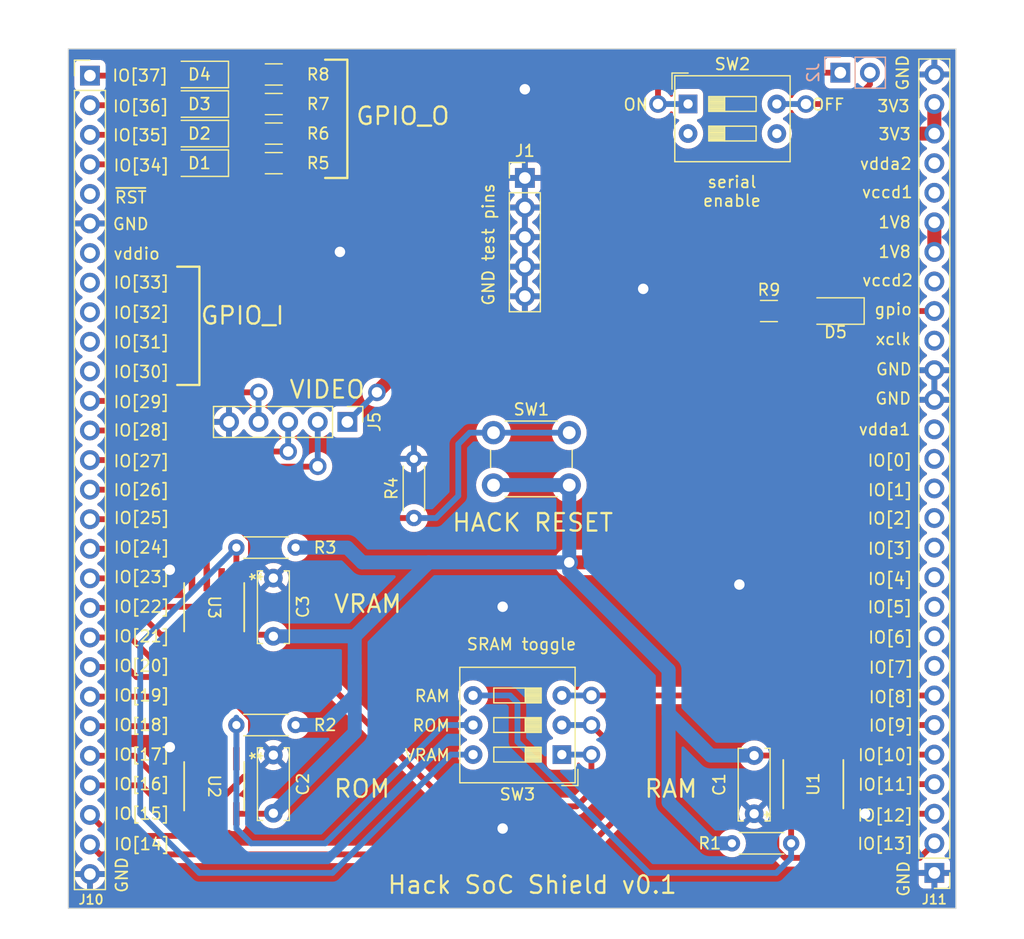
<source format=kicad_pcb>
(kicad_pcb (version 20221018) (generator pcbnew)
  (layers (0 "F.Cu" signal) (31 "B.Cu" signal) (34 "B.Paste" user) (35 "F.Paste" user) (36 "B.SilkS" user "B.Silkscreen") (37 "F.SilkS" user "F.Silkscreen") (38 "B.Mask" user) (39 "F.Mask" user) (44 "Edge.Cuts" user))
  (net 0 "")
  (net 1 "mprj_io[37]")
  (net 2 "mprj_io[36]")
  (net 3 "mprj_io[35]")
  (net 4 "mprj_io[34]")
  (net 5 "~{RST}")
  (net 6 "GND")
  (net 7 "vddio")
  (net 8 "mprj_io[33]")
  (net 9 "mprj_io[32]")
  (net 10 "mprj_io[31]")
  (net 11 "mprj_io[30]")
  (net 12 "mprj_io[29]")
  (net 13 "mprj_io[28]")
  (net 14 "mprj_io[27]")
  (net 15 "mprj_io[26]")
  (net 16 "mprj_io[25]")
  (net 17 "mprj_io[24]")
  (net 18 "mprj_io[23]")
  (net 19 "mprj_io[22]")
  (net 20 "mprj_io[21]")
  (net 21 "mprj_io[20]")
  (net 22 "mprj_io[19]")
  (net 23 "mprj_io[18]")
  (net 24 "mprj_io[17]")
  (net 25 "mprj_io[16]")
  (net 26 "mprj_io[15]")
  (net 27 "mprj_io[14]")
  (net 28 "mprj_io[13]")
  (net 29 "mprj_io[12]")
  (net 30 "mprj_io[11]")
  (net 31 "mprj_io[10]")
  (net 32 "mprj_io[9]")
  (net 33 "mprj_io[8]")
  (net 34 "mprj_io[7]")
  (net 35 "mprj_io[6]_ser_tx")
  (net 36 "mprj_io[5]_ser_rx")
  (net 37 "mprj_io[4]_SCK")
  (net 38 "mprj_io[3]_CSB")
  (net 39 "mprj_io[2]_SDI")
  (net 40 "mprj_io[1]_SDO")
  (net 41 "mprj_io[0]")
  (net 42 "vdda1")
  (net 43 "xclk")
  (net 44 "gpio")
  (net 45 "vccd2")
  (net 46 "+1V8")
  (net 47 "vccd1")
  (net 48 "vdda2")
  (net 49 "+3.3V")
  (net 50 "Net-(D1-K)")
  (net 51 "Net-(D2-K)")
  (net 52 "Net-(D3-K)")
  (net 53 "Net-(D4-K)")
  (net 54 "Net-(J2-Pin_1)")
  (net 55 "Net-(J2-Pin_2)")
  (net 58 "Net-(D5-A)")
  (net 59 "ram_cs")
  (net 60 "rom_cs")
  (net 61 "vram_cs")
  (footprint "Connector_PinHeader_2.54mm:PinHeader_1x05_P2.54mm_Vertical" (layer "F.Cu") (at 64.77 60.325 -90)
    (fp_text reference "J5" (at 0 -2.33 90) (layer "F.SilkS"))
    (fp_text value "Conn_01x05_Pin")
    (pad "1" thru_hole rect (at 0 0 270) (size 1.7 1.7) (drill 1) (layers "*.Cu" "*.Mask") (net 49 "+3.3V"))
    (pad "2" thru_hole oval (at 0 2.54 270) (size 1.7 1.7) (drill 1) (layers "*.Cu" "*.Mask") (net 14 "mprj_io[27]"))
    (pad "3" thru_hole oval (at 0 5.08 270) (size 1.7 1.7) (drill 1) (layers "*.Cu" "*.Mask") (net 13 "mprj_io[28]"))
    (pad "4" thru_hole oval (at 0 7.62 270) (size 1.7 1.7) (drill 1) (layers "*.Cu" "*.Mask") (net 12 "mprj_io[29]"))
    (pad "5" thru_hole oval (at 0 10.16 270) (size 1.7 1.7) (drill 1) (layers "*.Cu" "*.Mask") (net 6 "GND"))
  )
  (footprint "Button_Switch_THT:SW_PUSH_6mm" (layer "F.Cu") (at 77.32 61.25)
    (fp_text reference "SW1" (at 3.25 -2) (layer "F.SilkS"))
    (fp_text value "SW_Push")
    (pad "1" thru_hole circle (at 0 0 90) (size 2 2) (drill 1.1) (layers "*.Cu" "*.Mask") (net 15 "mprj_io[26]"))
    (pad "1" thru_hole circle (at 6.5 0 90) (size 2 2) (drill 1.1) (layers "*.Cu" "*.Mask") (net 15 "mprj_io[26]"))
    (pad "2" thru_hole circle (at 0 4.5 90) (size 2 2) (drill 1.1) (layers "*.Cu" "*.Mask") (net 49 "+3.3V"))
    (pad "2" thru_hole circle (at 6.5 4.5 90) (size 2 2) (drill 1.1) (layers "*.Cu" "*.Mask") (net 49 "+3.3V"))
  )
  (footprint "Capacitor_THT:C_Disc_D6.0mm_W2.5mm_P5.00mm" (layer "F.Cu") (at 58.42 78.74 90)
    (fp_text reference "C3" (at 2.54 2.54 90) (layer "F.SilkS"))
    (fp_text value "0.1uF")
    (pad "1" thru_hole circle (at 0 0 90) (size 1.6 1.6) (drill 0.8) (layers "*.Cu" "*.Mask") (net 49 "+3.3V"))
    (pad "2" thru_hole circle (at 5 0 90) (size 1.6 1.6) (drill 0.8) (layers "*.Cu" "*.Mask") (net 6 "GND"))
  )
  (footprint "Capacitor_THT:C_Disc_D6.0mm_W2.5mm_P5.00mm" (layer "F.Cu") (at 58.42 93.94 90)
    (fp_text reference "C2" (at 2.5 2.54 90) (layer "F.SilkS"))
    (fp_text value "0.1uF")
    (pad "1" thru_hole circle (at 0 0 90) (size 1.6 1.6) (drill 0.8) (layers "*.Cu" "*.Mask") (net 49 "+3.3V"))
    (pad "2" thru_hole circle (at 5 0 90) (size 1.6 1.6) (drill 0.8) (layers "*.Cu" "*.Mask") (net 6 "GND"))
  )
  (footprint "Connector_PinHeader_2.54mm:PinHeader_1x05_P2.54mm_Vertical" (layer "F.Cu") (at 80.01 39.37)
    (fp_text reference "J1" (at 0 -2.33) (layer "F.SilkS"))
    (fp_text value "Conn_01x05_Pin")
    (pad "1" thru_hole rect (at 0 0) (size 1.7 1.7) (drill 1) (layers "*.Cu" "*.Mask") (net 6 "GND"))
    (pad "2" thru_hole oval (at 0 2.54) (size 1.7 1.7) (drill 1) (layers "*.Cu" "*.Mask") (net 6 "GND"))
    (pad "3" thru_hole oval (at 0 5.08) (size 1.7 1.7) (drill 1) (layers "*.Cu" "*.Mask") (net 6 "GND"))
    (pad "4" thru_hole oval (at 0 7.62) (size 1.7 1.7) (drill 1) (layers "*.Cu" "*.Mask") (net 6 "GND"))
    (pad "5" thru_hole oval (at 0 10.16) (size 1.7 1.7) (drill 1) (layers "*.Cu" "*.Mask") (net 6 "GND"))
  )
  (footprint "Resistor_SMD:R_1206_3216Metric_Pad1.30x1.75mm_HandSolder" (layer "F.Cu") (at 58.4575 30.48)
    (fp_text reference "R8" (at 3.81 0 180) (layer "F.SilkS"))
    (fp_text value "82R")
    (pad "1" smd roundrect (at -1.55 0) (size 1.3 1.75) (layers "F.Cu" "F.Paste" "F.Mask") (roundrect_rratio 0.192308) (net 53 "Net-(D4-K)"))
    (pad "2" smd roundrect (at 1.55 0) (size 1.3 1.75) (layers "F.Cu" "F.Paste" "F.Mask") (roundrect_rratio 0.192308) (net 6 "GND"))
  )
  (footprint "Resistor_THT:R_Axial_DIN0204_L3.6mm_D1.6mm_P5.08mm_Horizontal" (layer "F.Cu") (at 60.325 86.36 180)
    (fp_text reference "R2" (at -2.54 0) (layer "F.SilkS"))
    (fp_text value "10K")
    (pad "1" thru_hole circle (at 0 0 180) (size 1.4 1.4) (drill 0.7) (layers "*.Cu" "*.Mask") (net 49 "+3.3V"))
    (pad "2" thru_hole oval (at 5.08 0 180) (size 1.4 1.4) (drill 0.7) (layers "*.Cu" "*.Mask") (net 60 "rom_cs"))
  )
  (footprint "LED_SMD:LED_1206_3216Metric_Pad1.42x1.75mm_HandSolder" (layer "F.Cu") (at 52.1075 38.1 180)
    (fp_text reference "D1" (at 0.0375 0) (layer "F.SilkS"))
    (fp_text value "LED_Small")
    (pad "1" smd roundrect (at -1.4875 0 180) (size 1.425 1.75) (layers "F.Cu" "F.Paste" "F.Mask") (roundrect_rratio 0.175439) (net 50 "Net-(D1-K)"))
    (pad "2" smd roundrect (at 1.4875 0 180) (size 1.425 1.75) (layers "F.Cu" "F.Paste" "F.Mask") (roundrect_rratio 0.175439) (net 4 "mprj_io[34]"))
  )
  (footprint "Button_Switch_THT:SW_DIP_SPSTx03_Slide_9.78x9.8mm_W7.62mm_P2.54mm" (layer "F.Cu") (at 83.185 88.9 180)
    (fp_text reference "SW3" (at 3.81 -3.42) (layer "F.SilkS"))
    (fp_text value "SW_DIP_x02")
    (pad "1" thru_hole rect (at 0 0 180) (size 1.6 1.6) (drill 0.8) (layers "*.Cu" "*.Mask") (net 21 "mprj_io[20]"))
    (pad "2" thru_hole oval (at 0 2.54 180) (size 1.6 1.6) (drill 0.8) (layers "*.Cu" "*.Mask") (net 27 "mprj_io[14]"))
    (pad "3" thru_hole oval (at 0 5.08 180) (size 1.6 1.6) (drill 0.8) (layers "*.Cu" "*.Mask") (net 33 "mprj_io[8]"))
    (pad "4" thru_hole oval (at 7.62 5.08 180) (size 1.6 1.6) (drill 0.8) (layers "*.Cu" "*.Mask") (net 59 "ram_cs"))
    (pad "5" thru_hole oval (at 7.62 2.54 180) (size 1.6 1.6) (drill 0.8) (layers "*.Cu" "*.Mask") (net 60 "rom_cs"))
    (pad "6" thru_hole oval (at 7.62 0 180) (size 1.6 1.6) (drill 0.8) (layers "*.Cu" "*.Mask") (net 61 "vram_cs"))
  )
  (footprint "Connector_PinHeader_2.54mm:PinHeader_1x28_P2.54mm_Vertical" (layer "F.Cu") (at 42.672 30.5816)
    (fp_text reference "J10" (at 0.096 70.7784) (layer "F.SilkS") (effects (font (size 0.8 0.8))))
    (fp_text value "Conn_01x27_Female")
    (pad "1" thru_hole rect (at 0 0) (size 1.7 1.7) (drill 1) (layers "*.Cu" "*.Mask") (net 1 "mprj_io[37]"))
    (pad "2" thru_hole oval (at 0 2.54) (size 1.7 1.7) (drill 1) (layers "*.Cu" "*.Mask") (net 2 "mprj_io[36]"))
    (pad "3" thru_hole oval (at 0 5.08) (size 1.7 1.7) (drill 1) (layers "*.Cu" "*.Mask") (net 3 "mprj_io[35]"))
    (pad "4" thru_hole oval (at 0 7.62) (size 1.7 1.7) (drill 1) (layers "*.Cu" "*.Mask") (net 4 "mprj_io[34]"))
    (pad "5" thru_hole oval (at 0 10.16) (size 1.7 1.7) (drill 1) (layers "*.Cu" "*.Mask") (net 5 "~{RST}"))
    (pad "6" thru_hole oval (at 0 12.7) (size 1.7 1.7) (drill 1) (layers "*.Cu" "*.Mask") (net 6 "GND"))
    (pad "7" thru_hole oval (at 0 15.24) (size 1.7 1.7) (drill 1) (layers "*.Cu" "*.Mask") (net 7 "vddio"))
    (pad "8" thru_hole oval (at 0 17.78) (size 1.7 1.7) (drill 1) (layers "*.Cu" "*.Mask") (net 8 "mprj_io[33]"))
    (pad "9" thru_hole oval (at 0 20.32) (size 1.7 1.7) (drill 1) (layers "*.Cu" "*.Mask") (net 9 "mprj_io[32]"))
    (pad "10" thru_hole oval (at 0 22.86) (size 1.7 1.7) (drill 1) (layers "*.Cu" "*.Mask") (net 10 "mprj_io[31]"))
    (pad "11" thru_hole oval (at 0 25.4) (size 1.7 1.7) (drill 1) (layers "*.Cu" "*.Mask") (net 11 "mprj_io[30]"))
    (pad "12" thru_hole oval (at 0 27.94) (size 1.7 1.7) (drill 1) (layers "*.Cu" "*.Mask") (net 12 "mprj_io[29]"))
    (pad "13" thru_hole oval (at 0 30.48) (size 1.7 1.7) (drill 1) (layers "*.Cu" "*.Mask") (net 13 "mprj_io[28]"))
    (pad "14" thru_hole oval (at 0 33.02) (size 1.7 1.7) (drill 1) (layers "*.Cu" "*.Mask") (net 14 "mprj_io[27]"))
    (pad "15" thru_hole oval (at 0 35.56) (size 1.7 1.7) (drill 1) (layers "*.Cu" "*.Mask") (net 15 "mprj_io[26]"))
    (pad "16" thru_hole oval (at 0 38.1) (size 1.7 1.7) (drill 1) (layers "*.Cu" "*.Mask") (net 16 "mprj_io[25]"))
    (pad "17" thru_hole oval (at 0 40.64) (size 1.7 1.7) (drill 1) (layers "*.Cu" "*.Mask") (net 17 "mprj_io[24]"))
    (pad "18" thru_hole oval (at 0 43.18) (size 1.7 1.7) (drill 1) (layers "*.Cu" "*.Mask") (net 18 "mprj_io[23]"))
    (pad "19" thru_hole oval (at 0 45.72) (size 1.7 1.7) (drill 1) (layers "*.Cu" "*.Mask") (net 19 "mprj_io[22]"))
    (pad "20" thru_hole oval (at 0 48.26) (size 1.7 1.7) (drill 1) (layers "*.Cu" "*.Mask") (net 20 "mprj_io[21]"))
    (pad "21" thru_hole oval (at 0 50.8) (size 1.7 1.7) (drill 1) (layers "*.Cu" "*.Mask") (net 21 "mprj_io[20]"))
    (pad "22" thru_hole oval (at 0 53.34) (size 1.7 1.7) (drill 1) (layers "*.Cu" "*.Mask") (net 22 "mprj_io[19]"))
    (pad "23" thru_hole oval (at 0 55.88) (size 1.7 1.7) (drill 1) (layers "*.Cu" "*.Mask") (net 23 "mprj_io[18]"))
    (pad "24" thru_hole oval (at 0 58.42) (size 1.7 1.7) (drill 1) (layers "*.Cu" "*.Mask") (net 24 "mprj_io[17]"))
    (pad "25" thru_hole oval (at 0 60.96) (size 1.7 1.7) (drill 1) (layers "*.Cu" "*.Mask") (net 25 "mprj_io[16]"))
    (pad "26" thru_hole oval (at 0 63.5) (size 1.7 1.7) (drill 1) (layers "*.Cu" "*.Mask") (net 26 "mprj_io[15]"))
    (pad "27" thru_hole oval (at 0 66.04) (size 1.7 1.7) (drill 1) (layers "*.Cu" "*.Mask") (net 27 "mprj_io[14]"))
    (pad "28" thru_hole oval (at 0 68.58) (size 1.7 1.7) (drill 1) (layers "*.Cu" "*.Mask") (net 6 "GND"))
  )
  (footprint "Resistor_SMD:R_1206_3216Metric_Pad1.30x1.75mm_HandSolder" (layer "F.Cu") (at 100.965 50.8)
    (fp_text reference "R9" (at 0 -1.82) (layer "F.SilkS"))
    (fp_text value "82R")
    (pad "1" smd roundrect (at -1.55 0) (size 1.3 1.75) (layers "F.Cu" "F.Paste" "F.Mask") (roundrect_rratio 0.192308) (net 49 "+3.3V"))
    (pad "2" smd roundrect (at 1.55 0) (size 1.3 1.75) (layers "F.Cu" "F.Paste" "F.Mask") (roundrect_rratio 0.192308) (net 58 "Net-(D5-A)"))
  )
  (footprint "Resistor_THT:R_Axial_DIN0204_L3.6mm_D1.6mm_P5.08mm_Horizontal" (layer "F.Cu") (at 60.325 71.12 180)
    (fp_text reference "R3" (at -2.54 0) (layer "F.SilkS"))
    (fp_text value "10K")
    (pad "1" thru_hole circle (at 0 0 180) (size 1.4 1.4) (drill 0.7) (layers "*.Cu" "*.Mask") (net 49 "+3.3V"))
    (pad "2" thru_hole oval (at 5.08 0 180) (size 1.4 1.4) (drill 0.7) (layers "*.Cu" "*.Mask") (net 61 "vram_cs"))
  )
  (footprint "LED_SMD:LED_1206_3216Metric_Pad1.42x1.75mm_HandSolder" (layer "F.Cu") (at 106.68 50.8 180)
    (fp_text reference "D5" (at 0 -1.82) (layer "F.SilkS"))
    (fp_text value "LED_Small")
    (pad "1" smd roundrect (at -1.4875 0 180) (size 1.425 1.75) (layers "F.Cu" "F.Paste" "F.Mask") (roundrect_rratio 0.175439) (net 44 "gpio"))
    (pad "2" smd roundrect (at 1.4875 0 180) (size 1.425 1.75) (layers "F.Cu" "F.Paste" "F.Mask") (roundrect_rratio 0.175439) (net 58 "Net-(D5-A)"))
  )
  (footprint "23lc1024:SOIC8-N_MC_MCH" (layer "F.Cu") (at 53.34 91.6178 -90)
    (fp_text reference "U2" (at 0 0 -90 unlocked) (layer "F.SilkS"))
    (fp_text value "23LC1024")
    (fp_text user "*" (at -2.6162 -3.6068 -90 unlocked) (layer "F.SilkS"))
    (fp_text user "*" (at -2.6162 -3.6068 -90) (layer "F.SilkS"))
    (pad "1" smd rect (at -2.3622 -1.905 270) (size 1.9812 0.5588) (layers "F.Cu" "F.Paste" "F.Mask") (net 60 "rom_cs"))
    (pad "2" smd rect (at -2.3622 -0.635 270) (size 1.9812 0.5588) (layers "F.Cu" "F.Paste" "F.Mask") (net 24 "mprj_io[17]"))
    (pad "3" smd rect (at -2.3622 0.635 270) (size 1.9812 0.5588) (layers "F.Cu" "F.Paste" "F.Mask") (net 23 "mprj_io[18]"))
    (pad "4" smd rect (at -2.3622 1.905 270) (size 1.9812 0.5588) (layers "F.Cu" "F.Paste" "F.Mask") (net 6 "GND"))
    (pad "5" smd rect (at 2.3622 1.905 270) (size 1.9812 0.5588) (layers "F.Cu" "F.Paste" "F.Mask") (net 25 "mprj_io[16]"))
    (pad "6" smd rect (at 2.3622 0.635 270) (size 1.9812 0.5588) (layers "F.Cu" "F.Paste" "F.Mask") (net 26 "mprj_io[15]"))
    (pad "7" smd rect (at 2.3622 -0.635 270) (size 1.9812 0.5588) (layers "F.Cu" "F.Paste" "F.Mask") (net 22 "mprj_io[19]"))
    (pad "8" smd rect (at 2.3622 -1.905 270) (size 1.9812 0.5588) (layers "F.Cu" "F.Paste" "F.Mask") (net 49 "+3.3V"))
  )
  (footprint "Connector_PinHeader_2.54mm:PinHeader_1x28_P2.54mm_Vertical" (layer "F.Cu") (at 115.1636 99.06 180)
    (fp_text reference "J11" (at 0 -2.286 180) (layer "F.SilkS") (effects (font (size 0.8 0.8))))
    (fp_text value "Conn_01x20_Female")
    (pad "1" thru_hole rect (at 0 0 180) (size 1.7 1.7) (drill 1) (layers "*.Cu" "*.Mask") (net 6 "GND"))
    (pad "2" thru_hole oval (at 0 2.54 180) (size 1.7 1.7) (drill 1) (layers "*.Cu" "*.Mask") (net 28 "mprj_io[13]"))
    (pad "3" thru_hole oval (at 0 5.08 180) (size 1.7 1.7) (drill 1) (layers "*.Cu" "*.Mask") (net 29 "mprj_io[12]"))
    (pad "4" thru_hole oval (at 0 7.62 180) (size 1.7 1.7) (drill 1) (layers "*.Cu" "*.Mask") (net 30 "mprj_io[11]"))
    (pad "5" thru_hole oval (at 0 10.16 180) (size 1.7 1.7) (drill 1) (layers "*.Cu" "*.Mask") (net 31 "mprj_io[10]"))
    (pad "6" thru_hole oval (at 0 12.7 180) (size 1.7 1.7) (drill 1) (layers "*.Cu" "*.Mask") (net 32 "mprj_io[9]"))
    (pad "7" thru_hole oval (at 0 15.24 180) (size 1.7 1.7) (drill 1) (layers "*.Cu" "*.Mask") (net 33 "mprj_io[8]"))
    (pad "8" thru_hole oval (at 0 17.78 180) (size 1.7 1.7) (drill 1) (layers "*.Cu" "*.Mask") (net 34 "mprj_io[7]"))
    (pad "9" thru_hole oval (at 0 20.32 180) (size 1.7 1.7) (drill 1) (layers "*.Cu" "*.Mask") (net 35 "mprj_io[6]_ser_tx"))
    (pad "10" thru_hole oval (at 0 22.86 180) (size 1.7 1.7) (drill 1) (layers "*.Cu" "*.Mask") (net 36 "mprj_io[5]_ser_rx"))
    (pad "11" thru_hole oval (at 0 25.4 180) (size 1.7 1.7) (drill 1) (layers "*.Cu" "*.Mask") (net 37 "mprj_io[4]_SCK"))
    (pad "12" thru_hole oval (at 0 27.94 180) (size 1.7 1.7) (drill 1) (layers "*.Cu" "*.Mask") (net 38 "mprj_io[3]_CSB"))
    (pad "13" thru_hole oval (at 0 30.48 180) (size 1.7 1.7) (drill 1) (layers "*.Cu" "*.Mask") (net 39 "mprj_io[2]_SDI"))
    (pad "14" thru_hole oval (at 0 33.02 180) (size 1.7 1.7) (drill 1) (layers "*.Cu" "*.Mask") (net 40 "mprj_io[1]_SDO"))
    (pad "15" thru_hole oval (at 0 35.56 180) (size 1.7 1.7) (drill 1) (layers "*.Cu" "*.Mask") (net 41 "mprj_io[0]"))
    (pad "16" thru_hole oval (at 0 38.1 180) (size 1.7 1.7) (drill 1) (layers "*.Cu" "*.Mask") (net 42 "vdda1"))
    (pad "17" thru_hole oval (at 0 40.64 180) (size 1.7 1.7) (drill 1) (layers "*.Cu" "*.Mask") (net 6 "GND"))
    (pad "18" thru_hole oval (at 0 43.18 180) (size 1.7 1.7) (drill 1) (layers "*.Cu" "*.Mask") (net 6 "GND"))
    (pad "19" thru_hole oval (at 0 45.72 180) (size 1.7 1.7) (drill 1) (layers "*.Cu" "*.Mask") (net 43 "xclk"))
    (pad "20" thru_hole oval (at 0 48.26 180) (size 1.7 1.7) (drill 1) (layers "*.Cu" "*.Mask") (net 44 "gpio"))
    (pad "21" thru_hole oval (at 0 50.8 180) (size 1.7 1.7) (drill 1) (layers "*.Cu" "*.Mask") (net 45 "vccd2"))
    (pad "22" thru_hole oval (at 0 53.34 180) (size 1.7 1.7) (drill 1) (layers "*.Cu" "*.Mask") (net 46 "+1V8"))
    (pad "23" thru_hole oval (at 0 55.88 180) (size 1.7 1.7) (drill 1) (layers "*.Cu" "*.Mask") (net 46 "+1V8"))
    (pad "24" thru_hole oval (at 0 58.42 180) (size 1.7 1.7) (drill 1) (layers "*.Cu" "*.Mask") (net 47 "vccd1"))
    (pad "25" thru_hole oval (at 0 60.96 180) (size 1.7 1.7) (drill 1) (layers "*.Cu" "*.Mask") (net 48 "vdda2"))
    (pad "26" thru_hole oval (at 0 63.5 180) (size 1.7 1.7) (drill 1) (layers "*.Cu" "*.Mask") (net 49 "+3.3V"))
    (pad "27" thru_hole oval (at 0 66.04 180) (size 1.7 1.7) (drill 1) (layers "*.Cu" "*.Mask") (net 49 "+3.3V"))
    (pad "28" thru_hole oval (at 0 68.58 180) (size 1.7 1.7) (drill 1) (layers "*.Cu" "*.Mask") (net 6 "GND"))
  )
  (footprint "LED_SMD:LED_1206_3216Metric_Pad1.42x1.75mm_HandSolder" (layer "F.Cu") (at 52.1075 35.56 180)
    (fp_text reference "D2" (at 0.0375 0) (layer "F.SilkS"))
    (fp_text value "LED_Small")
    (pad "1" smd roundrect (at -1.4875 0 180) (size 1.425 1.75) (layers "F.Cu" "F.Paste" "F.Mask") (roundrect_rratio 0.175439) (net 51 "Net-(D2-K)"))
    (pad "2" smd roundrect (at 1.4875 0 180) (size 1.425 1.75) (layers "F.Cu" "F.Paste" "F.Mask") (roundrect_rratio 0.175439) (net 3 "mprj_io[35]"))
  )
  (footprint "LED_SMD:LED_1206_3216Metric_Pad1.42x1.75mm_HandSolder" (layer "F.Cu") (at 52.1075 33.02 180)
    (fp_text reference "D3" (at 0.0375 0) (layer "F.SilkS"))
    (fp_text value "LED_Small")
    (pad "1" smd roundrect (at -1.4875 0 180) (size 1.425 1.75) (layers "F.Cu" "F.Paste" "F.Mask") (roundrect_rratio 0.175439) (net 52 "Net-(D3-K)"))
    (pad "2" smd roundrect (at 1.4875 0 180) (size 1.425 1.75) (layers "F.Cu" "F.Paste" "F.Mask") (roundrect_rratio 0.175439) (net 2 "mprj_io[36]"))
  )
  (footprint "Capacitor_THT:C_Disc_D6.0mm_W2.5mm_P5.00mm" (layer "F.Cu") (at 99.695 88.98 -90)
    (fp_text reference "C1" (at 2.5 2.9972 90) (layer "F.SilkS"))
    (fp_text value "0.1uF")
    (pad "1" thru_hole circle (at 0 0 270) (size 1.6 1.6) (drill 0.8) (layers "*.Cu" "*.Mask") (net 49 "+3.3V"))
    (pad "2" thru_hole circle (at 5 0 270) (size 1.6 1.6) (drill 0.8) (layers "*.Cu" "*.Mask") (net 6 "GND"))
  )
  (footprint "LED_SMD:LED_1206_3216Metric_Pad1.42x1.75mm_HandSolder" (layer "F.Cu") (at 52.1075 30.48 180)
    (fp_text reference "D4" (at 0.0375 0) (layer "F.SilkS"))
    (fp_text value "LED_Small")
    (pad "1" smd roundrect (at -1.4875 0 180) (size 1.425 1.75) (layers "F.Cu" "F.Paste" "F.Mask") (roundrect_rratio 0.175439) (net 53 "Net-(D4-K)"))
    (pad "2" smd roundrect (at 1.4875 0 180) (size 1.425 1.75) (layers "F.Cu" "F.Paste" "F.Mask") (roundrect_rratio 0.175439) (net 1 "mprj_io[37]"))
  )
  (footprint "Button_Switch_THT:SW_DIP_SPSTx02_Slide_9.78x7.26mm_W7.62mm_P2.54mm" (layer "F.Cu") (at 94.0225 33.015)
    (fp_text reference "SW2" (at 3.81 -3.42) (layer "F.SilkS"))
    (fp_text value "SW_DIP_x02")
    (pad "1" thru_hole rect (at 0 0) (size 1.6 1.6) (drill 0.8) (layers "*.Cu" "*.Mask") (net 54 "Net-(J2-Pin_1)"))
    (pad "2" thru_hole oval (at 0 2.54) (size 1.6 1.6) (drill 0.8) (layers "*.Cu" "*.Mask"))
    (pad "3" thru_hole oval (at 7.62 2.54) (size 1.6 1.6) (drill 0.8) (layers "*.Cu" "*.Mask"))
    (pad "4" thru_hole oval (at 7.62 0) (size 1.6 1.6) (drill 0.8) (layers "*.Cu" "*.Mask") (net 55 "Net-(J2-Pin_2)"))
  )
  (footprint "Resistor_SMD:R_1206_3216Metric_Pad1.30x1.75mm_HandSolder" (layer "F.Cu") (at 58.4575 33.02)
    (fp_text reference "R7" (at 3.81 0) (layer "F.SilkS"))
    (fp_text value "82R")
    (pad "1" smd roundrect (at -1.55 0) (size 1.3 1.75) (layers "F.Cu" "F.Paste" "F.Mask") (roundrect_rratio 0.192308) (net 52 "Net-(D3-K)"))
    (pad "2" smd roundrect (at 1.55 0) (size 1.3 1.75) (layers "F.Cu" "F.Paste" "F.Mask") (roundrect_rratio 0.192308) (net 6 "GND"))
  )
  (footprint "23lc1024:SOIC8-N_MC_MCH" (layer "F.Cu") (at 53.34 76.24 -90)
    (fp_text reference "U3" (at 0 0 -90 unlocked) (layer "F.SilkS"))
    (fp_text value "23LC1024")
    (fp_text user "*" (at -2.6162 -3.6068 -90 unlocked) (layer "F.SilkS"))
    (fp_text user "*" (at -2.6162 -3.6068 -90) (layer "F.SilkS"))
    (pad "1" smd rect (at -2.3622 -1.905 270) (size 1.9812 0.5588) (layers "F.Cu" "F.Paste" "F.Mask") (net 61 "vram_cs"))
    (pad "2" smd rect (at -2.3622 -0.635 270) (size 1.9812 0.5588) (layers "F.Cu" "F.Paste" "F.Mask") (net 18 "mprj_io[23]"))
    (pad "3" smd rect (at -2.3622 0.635 270) (size 1.9812 0.5588) (layers "F.Cu" "F.Paste" "F.Mask") (net 17 "mprj_io[24]"))
    (pad "4" smd rect (at -2.3622 1.905 270) (size 1.9812 0.5588) (layers "F.Cu" "F.Paste" "F.Mask") (net 6 "GND"))
    (pad "5" smd rect (at 2.3622 1.905 270) (size 1.9812 0.5588) (layers "F.Cu" "F.Paste" "F.Mask") (net 19 "mprj_io[22]"))
    (pad "6" smd rect (at 2.3622 0.635 270) (size 1.9812 0.5588) (layers "F.Cu" "F.Paste" "F.Mask") (net 20 "mprj_io[21]"))
    (pad "7" smd rect (at 2.3622 -0.635 270) (size 1.9812 0.5588) (layers "F.Cu" "F.Paste" "F.Mask") (net 16 "mprj_io[25]"))
    (pad "8" smd rect (at 2.3622 -1.905 270) (size 1.9812 0.5588) (layers "F.Cu" "F.Paste" "F.Mask") (net 49 "+3.3V"))
  )
  (footprint "Resistor_THT:R_Axial_DIN0204_L3.6mm_D1.6mm_P5.08mm_Horizontal" (layer "F.Cu") (at 70.485 68.58 90)
    (fp_text reference "R4" (at 2.54 -1.92 90) (layer "F.SilkS"))
    (fp_text value "10K")
    (pad "1" thru_hole circle (at 0 0 90) (size 1.4 1.4) (drill 0.7) (layers "*.Cu" "*.Mask") (net 15 "mprj_io[26]"))
    (pad "2" thru_hole oval (at 5.08 0 90) (size 1.4 1.4) (drill 0.7) (layers "*.Cu" "*.Mask") (net 6 "GND"))
  )
  (footprint "23lc1024:SOIC8-N_MC_MCH" (layer "F.Cu") (at 104.775 91.44 90)
    (fp_text reference "U1" (at 0 0 90 unlocked) (layer "F.SilkS"))
    (fp_text value "23LC1024")
    (fp_text user "*" (at -2.6162 -3.6068 90) (layer "F.SilkS"))
    (fp_text user "*" (at -2.6162 -3.6068 90 unlocked) (layer "F.SilkS"))
    (pad "1" smd rect (at -2.3622 -1.905 90) (size 1.9812 0.5588) (layers "F.Cu" "F.Paste" "F.Mask") (net 59 "ram_cs"))
    (pad "2" smd rect (at -2.3622 -0.635 90) (size 1.9812 0.5588) (layers "F.Cu" "F.Paste" "F.Mask") (net 30 "mprj_io[11]"))
    (pad "3" smd rect (at -2.3622 0.635 90) (size 1.9812 0.5588) (layers "F.Cu" "F.Paste" "F.Mask") (net 29 "mprj_io[12]"))
    (pad "4" smd rect (at -2.3622 1.905 90) (size 1.9812 0.5588) (layers "F.Cu" "F.Paste" "F.Mask") (net 6 "GND"))
    (pad "5" smd rect (at 2.3622 1.905 90) (size 1.9812 0.5588) (layers "F.Cu" "F.Paste" "F.Mask") (net 31 "mprj_io[10]"))
    (pad "6" smd rect (at 2.3622 0.635 90) (size 1.9812 0.5588) (layers "F.Cu" "F.Paste" "F.Mask") (net 32 "mprj_io[9]"))
    (pad "7" smd rect (at 2.3622 -0.635 90) (size 1.9812 0.5588) (layers "F.Cu" "F.Paste" "F.Mask") (net 28 "mprj_io[13]"))
    (pad "8" smd rect (at 2.3622 -1.905 90) (size 1.9812 0.5588) (layers "F.Cu" "F.Paste" "F.Mask") (net 49 "+3.3V"))
  )
  (footprint "Resistor_SMD:R_1206_3216Metric_Pad1.30x1.75mm_HandSolder" (layer "F.Cu") (at 58.4575 35.56)
    (fp_text reference "R6" (at 3.81 0) (layer "F.SilkS"))
    (fp_text value "82R")
    (pad "1" smd roundrect (at -1.55 0) (size 1.3 1.75) (layers "F.Cu" "F.Paste" "F.Mask") (roundrect_rratio 0.192308) (net 51 "Net-(D2-K)"))
    (pad "2" smd roundrect (at 1.55 0) (size 1.3 1.75) (layers "F.Cu" "F.Paste" "F.Mask") (roundrect_rratio 0.192308) (net 6 "GND"))
  )
  (footprint "Resistor_SMD:R_1206_3216Metric_Pad1.30x1.75mm_HandSolder" (layer "F.Cu") (at 58.4575 38.1)
    (fp_text reference "R5" (at 3.81 0) (layer "F.SilkS"))
    (fp_text value "82R")
    (pad "1" smd roundrect (at -1.55 0) (size 1.3 1.75) (layers "F.Cu" "F.Paste" "F.Mask") (roundrect_rratio 0.192308) (net 50 "Net-(D1-K)"))
    (pad "2" smd roundrect (at 1.55 0) (size 1.3 1.75) (layers "F.Cu" "F.Paste" "F.Mask") (roundrect_rratio 0.192308) (net 6 "GND"))
  )
  (footprint "Resistor_THT:R_Axial_DIN0204_L3.6mm_D1.6mm_P5.08mm_Horizontal" (layer "F.Cu") (at 97.79 96.52)
    (fp_text reference "R1" (at -1.905 0) (layer "F.SilkS"))
    (fp_text value "10K")
    (pad "1" thru_hole circle (at 0 0) (size 1.4 1.4) (drill 0.7) (layers "*.Cu" "*.Mask") (net 49 "+3.3V"))
    (pad "2" thru_hole oval (at 5.08 0) (size 1.4 1.4) (drill 0.7) (layers "*.Cu" "*.Mask") (net 59 "ram_cs"))
  )
  (footprint "Connector_PinHeader_2.54mm:PinHeader_1x02_P2.54mm_Vertical" (layer "B.Cu") (at 107.0914 30.3276 -90)
    (fp_text reference "J2" (at 0 2.33 90) (layer "B.SilkS") (effects (justify mirror)))
    (fp_text value "Conn_01x10_Pin")
    (pad "1" thru_hole rect (at 0 0 270) (size 1.7 1.7) (drill 1) (layers "*.Cu" "*.Mask") (net 54 "Net-(J2-Pin_1)"))
    (pad "2" thru_hole oval (at 0 -2.54 270) (size 1.7 1.7) (drill 1) (layers "*.Cu" "*.Mask") (net 55 "Net-(J2-Pin_2)"))
  )
  (gr_line (start 52.07 57.15) (end 50.165 57.15) (stroke (width 0.2)) (layer "F.SilkS"))
  (gr_line (start 64.77 29.21) (end 64.77 39.37) (stroke (width 0.2)) (layer "F.SilkS"))
  (gr_line (start 50.165 46.99) (end 52.07 46.99) (stroke (width 0.2)) (layer "F.SilkS"))
  (gr_line (start 52.07 46.99) (end 52.07 57.15) (stroke (width 0.2)) (layer "F.SilkS"))
  (gr_line (start 64.77 39.37) (end 62.865 39.37) (stroke (width 0.2)) (layer "F.SilkS"))
  (gr_line (start 62.865 29.21) (end 64.77 29.21) (stroke (width 0.2)) (layer "F.SilkS"))
  (gr_rect (start 40.818 28.276) (end 117.018 102.108) (stroke (width 0.1)) (fill none) (layer "Edge.Cuts"))
  (gr_text "IO[11]" (at 110.998 91.4908) (layer "F.SilkS") (effects (font (size 1 1))))
  (gr_text "gpio" (at 111.633 50.6476) (layer "F.SilkS") (effects (font (size 1 1))))
  (gr_text "IO[10]" (at 110.998 88.9508) (layer "F.SilkS") (effects (font (size 1 1))))
  (gr_text "IO[29]" (at 47.0916 58.6232) (layer "F.SilkS") (effects (font (size 1 1))))
  (gr_text "IO[28]" (at 47.0916 61.0616) (layer "F.SilkS") (effects (font (size 1 1))))
  (gr_text "GND" (at 111.633 58.3184) (layer "F.SilkS") (effects (font (size 1 1))))
  (gr_text "GND" (at 112.522 99.568 90) (layer "F.SilkS") (effects (font (size 1 1))))
  (gr_text "IO[3]" (at 111.379 71.2216) (layer "F.SilkS") (effects (font (size 1 1))))
  (gr_text "GND test pins" (at 77.47 45.085 90) (layer "F.SilkS") (effects (font (size 1 1)) (justify bottom)))
  (gr_text "IO[18]" (at 47.117 86.36) (layer "F.SilkS") (effects (font (size 1 1))))
  (gr_text "VRAM" (at 73.66 89.535) (layer "F.SilkS") (effects (font (size 1 1)) (justify right bottom)))
  (gr_text "IO[15]" (at 47.117 93.98) (layer "F.SilkS") (effects (font (size 1 1))))
  (gr_text "GPIO_I" (at 52.07 52.07) (layer "F.SilkS") (effects (font (size 1.5 1.5) (thickness 0.2)) (justify left bottom)))
  (gr_text "vccd1" (at 111.125 40.5892) (layer "F.SilkS") (effects (font (size 1 1))))
  (gr_text "IO[1]" (at 111.379 66.1924) (layer "F.SilkS") (effects (font (size 1 1))))
  (gr_text "IO[33]" (at 47.0916 48.3616) (layer "F.SilkS") (effects (font (size 1 1))))
  (gr_text "ROM" (at 63.5 92.71) (layer "F.SilkS") (effects (font (size 1.5 1.5) (thickness 0.2)) (justify left bottom)))
  (gr_text "IO[35]" (at 47.0408 35.7124) (layer "F.SilkS") (effects (font (size 1 1))))
  (gr_text "IO[17]" (at 47.117 88.9) (layer "F.SilkS") (effects (font (size 1 1))))
  (gr_text "SRAM toggle" (at 74.93 80.01) (layer "F.SilkS") (effects (font (size 1 1)) (justify left bottom)))
  (gr_text "OFF" (at 106.045 33.655) (layer "F.SilkS") (effects (font (size 1 1)) (justify bottom)))
  (gr_text "IO[2]" (at 111.3536 68.6308) (layer "F.SilkS") (effects (font (size 1 1))))
  (gr_text "VIDEO" (at 59.69 58.42) (layer "F.SilkS") (effects (font (size 1.5 1.5) (thickness 0.2)) (justify left bottom)))
  (gr_text "vdda1" (at 110.8964 60.96) (layer "F.SilkS") (effects (font (size 1 1))))
  (gr_text "IO[22]" (at 47.117 76.2) (layer "F.SilkS") (effects (font (size 1 1))))
  (gr_text "xclk" (at 111.633 53.213) (layer "F.SilkS") (effects (font (size 1 1))))
  (gr_text "IO[37]" (at 46.99 30.5816) (layer "F.SilkS") (effects (font (size 1 1))))
  (gr_text "IO[7]" (at 111.4552 81.4324) (layer "F.SilkS") (effects (font (size 1 1))))
  (gr_text "ON" (at 89.535 33.655) (layer "F.SilkS") (effects (font (size 1 1)) (justify bottom)))
  (gr_text "IO[14]" (at 47.1424 96.5962) (layer "F.SilkS") (effects (font (size 1 1))))
  (gr_text "RAM" (at 73.66 84.455) (layer "F.SilkS") (effects (font (size 1 1)) (justify right bottom)))
  (gr_text "GND" (at 46.1772 43.3324) (layer "F.SilkS") (effects (font (size 1 1))))
  (gr_text "~{RST}" (at 46.1772 41.0464) (layer "F.SilkS") (effects (font (size 1 1))))
  (gr_text "vdda2" (at 110.998 38.1508) (layer "F.SilkS") (effects (font (size 1 1))))
  (gr_text "IO[12]" (at 110.9472 94.1324) (layer "F.SilkS") (effects (font (size 1 1))))
  (gr_text "GND" (at 111.6838 55.8038) (layer "F.SilkS") (effects (font (size 1 1))))
  (gr_text "IO[16]" (at 47.117 91.44) (layer "F.SilkS") (effects (font (size 1 1))))
  (gr_text "GND" (at 112.4458 30.3276 90) (layer "F.SilkS") (effects (font (size 1 1))))
  (gr_text "IO[8]" (at 111.4552 83.9724) (layer "F.SilkS") (effects (font (size 1 1))))
  (gr_text "IO[26]" (at 47.0916 66.1924) (layer "F.SilkS") (effects (font (size 1 1))))
  (gr_text "3V3" (at 111.6584 33.1978) (layer "F.SilkS") (effects (font (size 1 1))))
  (gr_text "IO[24]" (at 47.117 71.12) (layer "F.SilkS") (effects (font (size 1 1))))
  (gr_text "vccd2" (at 111.1504 48.1584) (layer "F.SilkS") (effects (font (size 1 1))))
  (gr_text "RAM" (at 90.17 92.71) (layer "F.SilkS") (effects (font (size 1.5 1.5) (thickness 0.2)) (justify left bottom)))
  (gr_text "IO[21]" (at 47.117 78.74) (layer "F.SilkS") (effects (font (size 1 1))))
  (gr_text "GPIO_O" (at 65.405 34.925) (layer "F.SilkS") (effects (font (size 1.5 1.5) (thickness 0.2)) (justify left bottom)))
  (gr_text "IO[0]" (at 111.3536 63.6524) (layer "F.SilkS") (effects (font (size 1 1))))
  (gr_text "IO[20]" (at 47.117 81.28) (layer "F.SilkS") (effects (font (size 1 1))))
  (gr_text "1V8" (at 111.76 43.18) (layer "F.SilkS") (effects (font (size 1 1))))
  (gr_text "VRAM" (at 63.5 76.835) (layer "F.SilkS") (effects (font (size 1.5 1.5) (thickness 0.2)) (justify left bottom)))
  (gr_text "IO[36]" (at 47.0408 33.2232) (layer "F.SilkS") (effects (font (size 1 1))))
  (gr_text "1V8" (at 111.76 45.72) (layer "F.SilkS") (effects (font (size 1 1))))
  (gr_text "Hack SoC Shield v0.1" (at 80.645 100.965) (layer "F.SilkS") (effects (font (size 1.5 1.5) (thickness 0.2)) (justify bottom)))
  (gr_text "GND" (at 45.4152 99.2378 90) (layer "F.SilkS") (effects (font (size 1 1))))
  (gr_text "IO[31]" (at 47.0916 53.4924) (layer "F.SilkS") (effects (font (size 1 1))))
  (gr_text "IO[13]" (at 110.9472 96.5708) (layer "F.SilkS") (effects (font (size 1 1))))
  (gr_text "vddio" (at 46.6852 45.8724) (layer "F.SilkS") (effects (font (size 1 1))))
  (gr_text "IO[6]" (at 111.4044 78.8416) (layer "F.SilkS") (effects (font (size 1 1))))
  (gr_text "IO[23]" (at 47.117 73.66) (layer "F.SilkS") (effects (font (size 1 1))))
  (gr_text "IO[5]" (at 111.3536 76.2508) (layer "F.SilkS") (effects (font (size 1 1))))
  (gr_text "IO[32]" (at 47.0916 50.9524) (layer "F.SilkS") (effects (font (size 1 1))))
  (gr_text "HACK RESET" (at 73.66 69.85) (layer "F.SilkS") (effects (font (size 1.5 1.5) (thickness 0.2)) (justify left bottom)))
  (gr_text "IO[27]" (at 47.0916 63.7032) (layer "F.SilkS") (effects (font (size 1 1))))
  (gr_text "IO[19]" (at 47.117 83.82) (layer "F.SilkS") (effects (font (size 1 1))))
  (gr_text "IO[34]" (at 47.0916 38.3032) (layer "F.SilkS") (effects (font (size 1 1))))
  (gr_text "IO[25]" (at 47.117 68.58) (layer "F.SilkS") (effects (font (size 1 1))))
  (gr_text "3V3" (at 111.76 35.6108) (layer "F.SilkS") (effects (font (size 1 1))))
  (gr_text "IO[4]" (at 111.379 73.8124) (layer "F.SilkS") (effects (font (size 1 1))))
  (gr_text "IO[9]" (at 111.4552 86.4108) (layer "F.SilkS") (effects (font (size 1 1))))
  (gr_text "IO[30]" (at 47.0916 56.0324) (layer "F.SilkS") (effects (font (size 1 1))))
  (gr_text "serial\nenable" (at 97.79 41.91) (layer "F.SilkS") (effects (font (size 1 1)) (justify bottom)))
  (gr_text "ROM" (at 73.66 86.995) (layer "F.SilkS") (effects (font (size 1 1)) (justify right bottom)))
  (segment (start 50.5184 30.5816) (end 50.62 30.48) (width 0.5) (layer "F.Cu") (net 1))
  (segment (start 42.672 30.5816) (end 50.5184 30.5816) (width 0.5) (layer "F.Cu") (net 1))
  (segment (start 50.5184 33.1216) (end 50.62 33.02) (width 0.5) (layer "F.Cu") (net 2))
  (segment (start 42.672 33.1216) (end 50.5184 33.1216) (width 0.5) (layer "F.Cu") (net 2))
  (segment (start 42.672 35.6616) (end 50.5184 35.6616) (width 0.5) (layer "F.Cu") (net 3))
  (segment (start 50.5184 35.6616) (end 50.62 35.56) (width 0.5) (layer "F.Cu") (net 3))
  (segment (start 50.5184 38.2016) (end 50.62 38.1) (width 0.5) (layer "F.Cu") (net 4))
  (segment (start 42.672 38.2016) (end 50.5184 38.2016) (width 0.5) (layer "F.Cu") (net 4))
  (via (at 64.135 45.72) (size 1.5) (drill 0.9) (layers "F.Cu" "B.Cu") (net 6))
  (via (at 49.53 88.265) (size 1.5) (drill 0.9) (layers "F.Cu" "B.Cu") (net 6))
  (via (at 109.22 93.98) (size 1.5) (drill 0.9) (layers "F.Cu" "B.Cu") (net 6))
  (via (at 90.17 48.895) (size 1.5) (drill 0.9) (layers "F.Cu" "B.Cu") (net 6))
  (via (at 49.53 73.025) (size 1.5) (drill 0.9) (layers "F.Cu" "B.Cu") (net 6))
  (via (at 78.105 76.2) (size 1.5) (drill 0.9) (layers "F.Cu" "B.Cu") (net 6))
  (via (at 80.01 31.75) (size 1.5) (drill 0.9) (layers "F.Cu" "B.Cu") (net 6))
  (via (at 98.425 74.295) (size 1.5) (drill 0.9) (layers "F.Cu" "B.Cu") (net 6))
  (via (at 78.105 95.25) (size 1.5) (drill 0.9) (layers "F.Cu" "B.Cu") (net 6))
  (segment (start 57.15 57.785) (end 51.435 57.785) (width 0.5) (layer "F.Cu") (net 12))
  (segment (start 51.435 57.785) (end 50.6984 58.5216) (width 0.5) (layer "F.Cu") (net 12))
  (segment (start 50.6984 58.5216) (end 42.672 58.5216) (width 0.5) (layer "F.Cu") (net 12))
  (via (at 57.15 57.785) (size 1.5) (drill 0.9) (layers "F.Cu" "B.Cu") (net 12))
  (segment (start 57.15 57.785) (end 57.15 60.325) (width 0.5) (layer "B.Cu") (net 12))
  (segment (start 49.6316 61.0616) (end 51.435 62.865) (width 0.5) (layer "F.Cu") (net 13))
  (segment (start 42.672 61.0616) (end 49.6316 61.0616) (width 0.5) (layer "F.Cu") (net 13))
  (segment (start 51.435 62.865) (end 59.69 62.865) (width 0.5) (layer "F.Cu") (net 13))
  (via (at 59.69 62.865) (size 1.5) (drill 0.9) (layers "F.Cu" "B.Cu") (net 13))
  (segment (start 59.69 62.865) (end 59.69 60.325) (width 0.5) (layer "B.Cu") (net 13))
  (segment (start 48.925 64.165) (end 62.2 64.165) (width 0.5) (layer "F.Cu") (net 14))
  (segment (start 48.26 63.5) (end 48.925 64.165) (width 0.5) (layer "F.Cu") (net 14))
  (segment (start 48.1584 63.6016) (end 48.26 63.5) (width 0.5) (layer "F.Cu") (net 14))
  (segment (start 42.672 63.6016) (end 48.1584 63.6016) (width 0.5) (layer "F.Cu") (net 14))
  (segment (start 62.2 64.165) (end 62.23 64.135) (width 0.5) (layer "F.Cu") (net 14))
  (via (at 62.23 64.135) (size 1.5) (drill 0.9) (layers "F.Cu" "B.Cu") (net 14))
  (segment (start 62.23 64.135) (end 62.23 60.325) (width 0.5) (layer "B.Cu") (net 14))
  (segment (start 42.672 66.1416) (end 66.1416 66.1416) (width 0.5) (layer "F.Cu") (net 15))
  (segment (start 66.1416 66.1416) (end 68.58 68.58) (width 0.5) (layer "F.Cu") (net 15))
  (segment (start 68.58 68.58) (end 70.485 68.58) (width 0.5) (layer "F.Cu") (net 15))
  (segment (start 77.32 61.25) (end 75.275 61.25) (width 0.5) (layer "B.Cu") (net 15))
  (segment (start 74.295 66.675) (end 72.39 68.58) (width 0.5) (layer "B.Cu") (net 15))
  (segment (start 72.39 68.58) (end 70.485 68.58) (width 0.5) (layer "B.Cu") (net 15))
  (segment (start 74.295 62.23) (end 74.295 66.675) (width 0.5) (layer "B.Cu") (net 15))
  (segment (start 77.32 61.25) (end 83.82 61.25) (width 0.5) (layer "B.Cu") (net 15))
  (segment (start 75.275 61.25) (end 74.295 62.23) (width 0.5) (layer "B.Cu") (net 15))
  (segment (start 53.975 77.47) (end 53.975 78.6022) (width 0.5) (layer "F.Cu") (net 16))
  (segment (start 54.7116 68.6816) (end 56.495 70.465) (width 0.5) (layer "F.Cu") (net 16))
  (segment (start 56.495 70.465) (end 56.495 74.95) (width 0.5) (layer "F.Cu") (net 16))
  (segment (start 42.672 68.6816) (end 54.7116 68.6816) (width 0.5) (layer "F.Cu") (net 16))
  (segment (start 56.495 74.95) (end 53.975 77.47) (width 0.5) (layer "F.Cu") (net 16))
  (segment (start 52.705 71.755) (end 52.705 73.8778) (width 0.5) (layer "F.Cu") (net 17))
  (segment (start 52.07 71.12) (end 52.705 71.755) (width 0.5) (layer "F.Cu") (net 17))
  (segment (start 51.9684 71.2216) (end 52.07 71.12) (width 0.5) (layer "F.Cu") (net 17))
  (segment (start 42.672 71.2216) (end 51.9684 71.2216) (width 0.5) (layer "F.Cu") (net 17))
  (segment (start 42.672 73.7616) (end 46.4566 73.7616) (width 0.5) (layer "F.Cu") (net 18))
  (segment (start 53.975 74.93) (end 53.975 73.8778) (width 0.5) (layer "F.Cu") (net 18))
  (segment (start 46.4566 73.7616) (end 48.895 76.2) (width 0.5) (layer "F.Cu") (net 18))
  (segment (start 52.705 76.2) (end 53.975 74.93) (width 0.5) (layer "F.Cu") (net 18))
  (segment (start 48.895 76.2) (end 52.705 76.2) (width 0.5) (layer "F.Cu") (net 18))
  (segment (start 42.672 76.3016) (end 46.4566 76.3016) (width 0.5) (layer "F.Cu") (net 19))
  (segment (start 48.7572 78.6022) (end 51.435 78.6022) (width 0.5) (layer "F.Cu") (net 19))
  (segment (start 46.4566 76.3016) (end 48.7572 78.6022) (width 0.5) (layer "F.Cu") (net 19))
  (segment (start 47.9425 80.645) (end 52.07 80.645) (width 0.5) (layer "F.Cu") (net 20))
  (segment (start 52.07 80.645) (end 52.705 80.01) (width 0.5) (layer "F.Cu") (net 20))
  (segment (start 46.1391 78.8416) (end 47.9425 80.645) (width 0.5) (layer "F.Cu") (net 20))
  (segment (start 52.705 80.01) (end 52.705 78.6022) (width 0.5) (layer "F.Cu") (net 20))
  (segment (start 42.672 78.8416) (end 46.1391 78.8416) (width 0.5) (layer "F.Cu") (net 20))
  (segment (start 62.5466 82.2316) (end 73.66 93.345) (width 0.5) (layer "F.Cu") (net 21))
  (segment (start 46.6716 82.2316) (end 62.5466 82.2316) (width 0.5) (layer "F.Cu") (net 21))
  (segment (start 85.725 92.075) (end 85.725 88.9) (width 0.5) (layer "F.Cu") (net 21))
  (segment (start 42.672 81.3816) (end 45.8216 81.3816) (width 0.5) (layer "F.Cu") (net 21))
  (segment (start 84.455 93.345) (end 85.725 92.075) (width 0.5) (layer "F.Cu") (net 21))
  (segment (start 73.66 93.345) (end 84.455 93.345) (width 0.5) (layer "F.Cu") (net 21))
  (segment (start 45.8216 81.3816) (end 46.6716 82.2316) (width 0.5) (layer "F.Cu") (net 21))
  (via (at 85.725 88.9) (size 1.5) (drill 0.9) (layers "F.Cu" "B.Cu") (net 21))
  (segment (start 83.185 88.9) (end 85.725 88.9) (width 0.5) (layer "B.Cu") (net 21))
  (segment (start 42.672 83.9216) (end 54.574367 83.9216) (width 0.5) (layer "F.Cu") (net 22))
  (segment (start 53.975 92.71) (end 53.975 93.98) (width 0.5) (layer "F.Cu") (net 22))
  (segment (start 55.88 90.805) (end 53.975 92.71) (width 0.5) (layer "F.Cu") (net 22))
  (segment (start 54.574367 83.9216) (end 56.495 85.842233) (width 0.5) (layer "F.Cu") (net 22))
  (segment (start 56.0656 90.805) (end 55.88 90.805) (width 0.5) (layer "F.Cu") (net 22))
  (segment (start 56.495 90.3756) (end 56.0656 90.805) (width 0.5) (layer "F.Cu") (net 22))
  (segment (start 56.495 85.842233) (end 56.495 90.3756) (width 0.5) (layer "F.Cu") (net 22))
  (segment (start 52.705 87.63) (end 52.705 89.2556) (width 0.5) (layer "F.Cu") (net 23))
  (segment (start 42.672 86.4616) (end 51.5366 86.4616) (width 0.5) (layer "F.Cu") (net 23))
  (segment (start 51.5366 86.4616) (end 52.705 87.63) (width 0.5) (layer "F.Cu") (net 23))
  (segment (start 49.596522 92.075) (end 52.705 92.075) (width 0.5) (layer "F.Cu") (net 24))
  (segment (start 42.672 89.0016) (end 46.523122 89.0016) (width 0.5) (layer "F.Cu") (net 24))
  (segment (start 46.523122 89.0016) (end 49.596522 92.075) (width 0.5) (layer "F.Cu") (net 24))
  (segment (start 52.705 92.075) (end 53.975 90.805) (width 0.5) (layer "F.Cu") (net 24))
  (segment (start 53.975 90.805) (end 53.975 89.2556) (width 0.5) (layer "F.Cu") (net 24))
  (segment (start 47.0916 91.5416) (end 49.53 93.98) (width 0.5) (layer "F.Cu") (net 25))
  (segment (start 42.672 91.5416) (end 47.0916 91.5416) (width 0.5) (layer "F.Cu") (net 25))
  (segment (start 49.53 93.98) (end 51.435 93.98) (width 0.5) (layer "F.Cu") (net 25))
  (segment (start 44.4754 95.885) (end 42.672 94.0816) (width 0.5) (layer "F.Cu") (net 26))
  (segment (start 51.9 95.885) (end 44.4754 95.885) (width 0.5) (layer "F.Cu") (net 26))
  (segment (start 52.705 93.98) (end 52.705 95.08) (width 0.5) (layer "F.Cu") (net 26))
  (segment (start 52.705 95.08) (end 51.9 95.885) (width 0.5) (layer "F.Cu") (net 26))
  (segment (start 84.7734 97.4716) (end 88.9 93.345) (width 0.5) (layer "F.Cu") (net 27))
  (segment (start 88.9 93.345) (end 88.9 89.535) (width 0.5) (layer "F.Cu") (net 27))
  (segment (start 42.672 96.6216) (end 43.522 97.4716) (width 0.5) (layer "F.Cu") (net 27))
  (segment (start 43.522 97.4716) (end 84.7734 97.4716) (width 0.5) (layer "F.Cu") (net 27))
  (segment (start 88.9 89.535) (end 85.725 86.36) (width 0.5) (layer "F.Cu") (net 27))
  (via (at 85.725 86.36) (size 1.5) (drill 0.9) (layers "F.Cu" "B.Cu") (net 27))
  (segment (start 83.185 86.36) (end 85.725 86.36) (width 0.5) (layer "B.Cu") (net 27))
  (segment (start 104.14 90.17) (end 104.14 89.0778) (width 0.5) (layer "F.Cu") (net 28))
  (segment (start 102.87 91.44) (end 104.14 90.17) (width 0.5) (layer "F.Cu") (net 28))
  (segment (start 102.235 91.44) (end 102.87 91.44) (width 0.5) (layer "F.Cu") (net 28))
  (segment (start 113.9136 97.77) (end 102.352233 97.77) (width 0.5) (layer "F.Cu") (net 28))
  (segment (start 102.352233 97.77) (end 101.6 97.017767) (width 0.5) (layer "F.Cu") (net 28))
  (segment (start 101.6 92.075) (end 102.235 91.44) (width 0.5) (layer "F.Cu") (net 28))
  (segment (start 115.1636 96.52) (end 113.9136 97.77) (width 0.5) (layer "F.Cu") (net 28))
  (segment (start 101.6 97.017767) (end 101.6 92.075) (width 0.5) (layer "F.Cu") (net 28))
  (segment (start 113.03 93.98) (end 110.49 96.52) (width 0.5) (layer "F.Cu") (net 29))
  (segment (start 106.68 96.52) (end 105.41 95.25) (width 0.5) (layer "F.Cu") (net 29))
  (segment (start 110.49 96.52) (end 106.68 96.52) (width 0.5) (layer "F.Cu") (net 29))
  (segment (start 115.1636 93.98) (end 113.03 93.98) (width 0.5) (layer "F.Cu") (net 29))
  (segment (start 105.41 95.25) (end 105.41 93.8022) (width 0.5) (layer "F.Cu") (net 29))
  (segment (start 104.14 92.075) (end 104.14 93.8022) (width 0.5) (layer "F.Cu") (net 30))
  (segment (start 105.41 90.805) (end 104.14 92.075) (width 0.5) (layer "F.Cu") (net 30))
  (segment (start 112.395 90.805) (end 105.41 90.805) (width 0.5) (layer "F.Cu") (net 30))
  (segment (start 115.1636 91.44) (end 113.03 91.44) (width 0.5) (layer "F.Cu") (net 30))
  (segment (start 113.03 91.44) (end 112.395 90.805) (width 0.5) (layer "F.Cu") (net 30))
  (segment (start 106.8578 88.9) (end 106.68 89.0778) (width 0.5) (layer "F.Cu") (net 31))
  (segment (start 115.1636 88.9) (end 106.8578 88.9) (width 0.5) (layer "F.Cu") (net 31))
  (segment (start 105.41 87.63) (end 105.41 89.0778) (width 0.5) (layer "F.Cu") (net 32))
  (segment (start 106.68 86.36) (end 105.41 87.63) (width 0.5) (layer "F.Cu") (net 32))
  (segment (start 115.1636 86.36) (end 106.68 86.36) (width 0.5) (layer "F.Cu") (net 32))
  (segment (start 115.1636 83.82) (end 85.725 83.82) (width 0.5) (layer "F.Cu") (net 33))
  (via (at 85.725 83.82) (size 1.5) (drill 0.9) (layers "F.Cu" "B.Cu") (net 33))
  (segment (start 85.725 83.82) (end 83.185 83.82) (width 0.5) (layer "B.Cu") (net 33))
  (segment (start 108.1675 50.8) (end 115.1636 50.8) (width 0.5) (layer "F.Cu") (net 44))
  (segment (start 115.1636 43.18) (end 115.1636 45.72) (width 1.2) (layer "F.Cu") (net 46))
  (segment (start 111.125 35.56) (end 99.3775 47.3075) (width 1.2) (layer "F.Cu") (net 49))
  (segment (start 95.885 63.5) (end 86.995 72.39) (width 1.2) (layer "F.Cu") (net 49))
  (segment (start 99.3775 47.3075) (end 95.885 50.8) (width 1.2) (layer "F.Cu") (net 49))
  (segment (start 86.995 72.39) (end 83.82 72.39) (width 1.2) (layer "F.Cu") (net 49))
  (segment (start 55.245 93.98) (end 58.38 93.98) (width 0.5) (layer "F.Cu") (net 49))
  (segment (start 99.695 88.98) (end 102.7722 88.98) (width 0.5) (layer "F.Cu") (net 49))
  (segment (start 115.1636 35.56) (end 111.125 35.56) (width 1.2) (layer "F.Cu") (net 49))
  (segment (start 95.885 50.8) (end 95.885 63.5) (width 1.2) (layer "F.Cu") (net 49))
  (segment (start 99.415 50.8) (end 99.415 47.345) (width 0.5) (layer "F.Cu") (net 49))
  (segment (start 70.485 54.61) (end 67.31 57.785) (width 1.2) (layer "F.Cu") (net 49))
  (segment (start 92.075 54.61) (end 70.485 54.61) (width 1.2) (layer "F.Cu") (net 49))
  (segment (start 102.7722 88.98) (end 102.87 89.0778) (width 0.5) (layer "F.Cu") (net 49))
  (segment (start 58.38 93.98) (end 58.42 93.94) (width 0.5) (layer "F.Cu") (net 49))
  (segment (start 55.245 78.6022) (end 58.2822 78.6022) (width 0.5) (layer "F.Cu") (net 49))
  (segment (start 115.1636 33.02) (end 115.1636 35.56) (width 1.2) (layer "F.Cu") (net 49))
  (segment (start 95.885 50.8) (end 92.075 54.61) (width 1.2) (layer "F.Cu") (net 49))
  (segment (start 99.415 47.345) (end 99.3775 47.3075) (width 0.5) (layer "F.Cu") (net 49))
  (segment (start 58.2822 78.6022) (end 58.42 78.74) (width 0.5) (layer "F.Cu") (net 49))
  (via (at 67.31 57.785) (size 1.5) (drill 0.9) (layers "F.Cu" "B.Cu") (net 49))
  (via (at 83.82 72.39) (size 1.5) (drill 0.9) (layers "F.Cu" "B.Cu") (net 49))
  (segment (start 92.3525 85.3675) (end 95.965 88.98) (width 1.2) (layer "B.Cu") (net 49))
  (segment (start 95.885 96.52) (end 97.79 96.52) (width 1.2) (layer "B.Cu") (net 49))
  (segment (start 66.04 72.39) (end 64.77 71.12) (width 1.2) (layer "B.Cu") (net 49))
  (segment (start 64.77 71.12) (end 60.325 71.12) (width 1.2) (layer "B.Cu") (net 49))
  (segment (start 83.82 72.39) (end 83.82 73.105) (width 1.2) (layer "B.Cu") (net 49))
  (segment (start 71.755 72.39) (end 65.405 78.74) (width 1.2) (layer "B.Cu") (net 49))
  (segment (start 62.865 86.36) (end 60.325 86.36) (width 1.2) (layer "B.Cu") (net 49))
  (segment (start 83.82 73.105) (end 92.3525 81.6375) (width 1.2) (layer "B.Cu") (net 49))
  (segment (start 65.405 86.995) (end 58.46 93.94) (width 1.2) (layer "B.Cu") (net 49))
  (segment (start 92.3525 81.6375) (end 92.3525 92.9875) (width 1.2) (layer "B.Cu") (net 49))
  (segment (start 65.405 78.74) (end 58.42 78.74) (width 1.2) (layer "B.Cu") (net 49))
  (segment (start 83.82 72.39) (end 83.82 65.75) (width 1.2) (layer "B.Cu") (net 49))
  (segment (start 83.82 72.39) (end 71.755 72.39) (width 1.2) (layer "B.Cu") (net 49))
  (segment (start 95.965 88.98) (end 99.695 88.98) (width 1.2) (layer "B.Cu") (net 49))
  (segment (start 65.405 81.28) (end 65.405 83.82) (width 1.2) (layer "B.Cu") (net 49))
  (segment (start 83.82 65.75) (end 77.32 65.75) (width 1.2) (layer "B.Cu") (net 49))
  (segment (start 92.3525 92.9875) (end 95.885 96.52) (width 1.2) (layer "B.Cu") (net 49))
  (segment (start 65.405 81.28) (end 65.405 86.995) (width 1.2) (layer "B.Cu") (net 49))
  (segment (start 65.405 78.74) (end 65.405 81.28) (width 1.2) (layer "B.Cu") (net 49))
  (segment (start 58.46 93.94) (end 58.42 93.94) (width 1.2) (layer "B.Cu") (net 49))
  (segment (start 65.405 83.82) (end 62.865 86.36) (width 1.2) (layer "B.Cu") (net 49))
  (segment (start 71.755 72.39) (end 66.04 72.39) (width 1.2) (layer "B.Cu") (net 49))
  (segment (start 64.77 60.325) (end 67.31 57.785) (width 0.5) (layer "B.Cu") (net 49))
  (segment (start 92.3525 81.6375) (end 92.3525 85.3675) (width 1.2) (layer "B.Cu") (net 49))
  (segment (start 53.595 38.1) (end 56.9075 38.1) (width 0.5) (layer "F.Cu") (net 50))
  (segment (start 53.595 35.56) (end 56.9075 35.56) (width 0.5) (layer "F.Cu") (net 51))
  (segment (start 53.595 33.02) (end 56.9075 33.02) (width 0.5) (layer "F.Cu") (net 52))
  (segment (start 53.595 30.48) (end 56.9075 30.48) (width 0.5) (layer "F.Cu") (net 53))
  (segment (start 107.0914 30.3276) (end 92.8624 30.3276) (width 0.5) (layer "F.Cu") (net 54))
  (segment (start 91.44 31.75) (end 91.44 33.02) (width 0.5) (layer "F.Cu") (net 54))
  (segment (start 92.8624 30.3276) (end 91.44 31.75) (width 0.5) (layer "F.Cu") (net 54))
  (via (at 91.44 33.02) (size 1.5) (drill 0.9) (layers "F.Cu" "B.Cu") (net 54))
  (segment (start 91.44 33.02) (end 94.0175 33.02) (width 0.5) (layer "B.Cu") (net 54))
  (segment (start 94.0175 33.02) (end 94.0225 33.015) (width 0.5) (layer "B.Cu") (net 54))
  (segment (start 107.95 33.02) (end 109.6314 31.3386) (width 0.5) (layer "F.Cu") (net 55))
  (segment (start 104.14 33.02) (end 107.95 33.02) (width 0.5) (layer "F.Cu") (net 55))
  (segment (start 109.6314 31.3386) (end 109.6314 30.3276) (width 0.5) (layer "F.Cu") (net 55))
  (via (at 104.14 33.02) (size 1.5) (drill 0.9) (layers "F.Cu" "B.Cu") (net 55))
  (segment (start 104.14 33.02) (end 101.6475 33.02) (width 0.5) (layer "B.Cu") (net 55))
  (segment (start 101.6475 33.02) (end 101.6425 33.015) (width 0.5) (layer "B.Cu") (net 55))
  (segment (start 102.515 50.8) (end 105.1925 50.8) (width 0.5) (layer "F.Cu") (net 58))
  (segment (start 102.87 93.8022) (end 102.87 96.52) (width 0.5) (layer "F.Cu") (net 59))
  (segment (start 102.87 97.79) (end 102.87 96.52) (width 0.5) (layer "B.Cu") (net 59))
  (segment (start 79.375 87.79) (end 90.645 99.06) (width 0.5) (layer "B.Cu") (net 59))
  (segment (start 79.375 84.455) (end 79.375 87.79) (width 0.5) (layer "B.Cu") (net 59))
  (segment (start 101.6 99.06) (end 102.87 97.79) (width 0.5) (layer "B.Cu") (net 59))
  (segment (start 90.645 99.06) (end 101.6 99.06) (width 0.5) (layer "B.Cu") (net 59))
  (segment (start 75.565 83.82) (end 78.74 83.82) (width 0.5) (layer "B.Cu") (net 59))
  (segment (start 78.74 83.82) (end 79.375 84.455) (width 0.5) (layer "B.Cu") (net 59))
  (segment (start 55.245 86.36) (end 55.245 89.2556) (width 0.5) (layer "F.Cu") (net 60))
  (segment (start 62.865 96.52) (end 73.025 86.36) (width 0.5) (layer "B.Cu") (net 60))
  (segment (start 56.515 96.52) (end 62.865 96.52) (width 0.5) (layer "B.Cu") (net 60))
  (segment (start 55.245 86.36) (end 55.245 85.725) (width 0.5) (layer "B.Cu") (net 60))
  (segment (start 55.245 86.36) (end 55.245 95.25) (width 0.5) (layer "B.Cu") (net 60))
  (segment (start 73.025 86.36) (end 75.565 86.36) (width 0.5) (layer "B.Cu") (net 60))
  (segment (start 55.245 95.25) (end 56.515 96.52) (width 0.5) (layer "B.Cu") (net 60))
  (segment (start 55.245 71.12) (end 55.245 73.8778) (width 0.5) (layer "F.Cu") (net 61))
  (segment (start 75.565 88.9) (end 73.66 88.9) (width 0.5) (layer "B.Cu") (net 61))
  (segment (start 46.99 79.375) (end 55.245 71.12) (width 0.5) (layer "B.Cu") (net 61))
  (segment (start 46.99 93.98) (end 46.99 79.375) (width 0.5) (layer "B.Cu") (net 61))
  (segment (start 63.5 99.06) (end 52.07 99.06) (width 0.5) (layer "B.Cu") (net 61))
  (segment (start 73.66 88.9) (end 63.5 99.06) (width 0.5) (layer "B.Cu") (net 61))
  (segment (start 52.07 99.06) (end 46.99 93.98) (width 0.5) (layer "B.Cu") (net 61))
  (zone (net 6) (net_name "GND") (layer "F.Cu") (connect_pads (clearance 0.5)) (min_thickness 0.25) (fill yes (thermal_gap 0.5) (thermal_bridge_width 0.5))
    (polygon (pts (xy 39.37 27.305) (xy 118.11 27.305) (xy 118.11 103.505) (xy 39.37 103.505)))
  )
  (zone (net 6) (net_name "GND") (layer "B.Cu") (priority 1) (connect_pads (clearance 0.5)) (min_thickness 0.25) (fill yes (thermal_gap 0.5) (thermal_bridge_width 0.5))
    (polygon (pts (xy 38.735 26.035) (xy 117.475 26.035) (xy 117.475 104.775) (xy 38.735 104.775)))
  )
)
</source>
